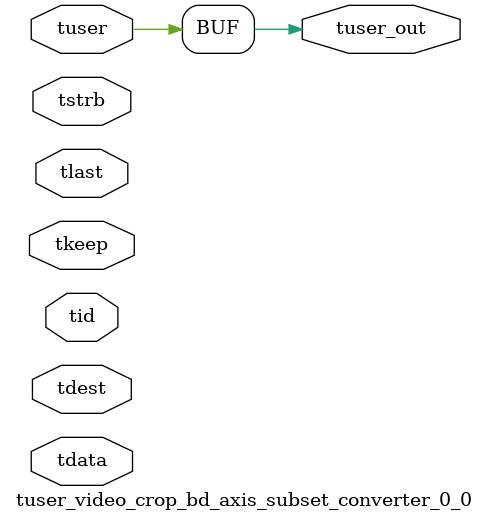
<source format=v>


`timescale 1ps/1ps

module tuser_video_crop_bd_axis_subset_converter_0_0 #
(
parameter C_S_AXIS_TUSER_WIDTH = 1,
parameter C_S_AXIS_TDATA_WIDTH = 32,
parameter C_S_AXIS_TID_WIDTH   = 0,
parameter C_S_AXIS_TDEST_WIDTH = 0,
parameter C_M_AXIS_TUSER_WIDTH = 1
)
(
input  [(C_S_AXIS_TUSER_WIDTH == 0 ? 1 : C_S_AXIS_TUSER_WIDTH)-1:0     ] tuser,
input  [(C_S_AXIS_TDATA_WIDTH == 0 ? 1 : C_S_AXIS_TDATA_WIDTH)-1:0     ] tdata,
input  [(C_S_AXIS_TID_WIDTH   == 0 ? 1 : C_S_AXIS_TID_WIDTH)-1:0       ] tid,
input  [(C_S_AXIS_TDEST_WIDTH == 0 ? 1 : C_S_AXIS_TDEST_WIDTH)-1:0     ] tdest,
input  [(C_S_AXIS_TDATA_WIDTH/8)-1:0 ] tkeep,
input  [(C_S_AXIS_TDATA_WIDTH/8)-1:0 ] tstrb,
input                                                                    tlast,
output [C_M_AXIS_TUSER_WIDTH-1:0] tuser_out
);

assign tuser_out = {tuser[0:0]};

endmodule


</source>
